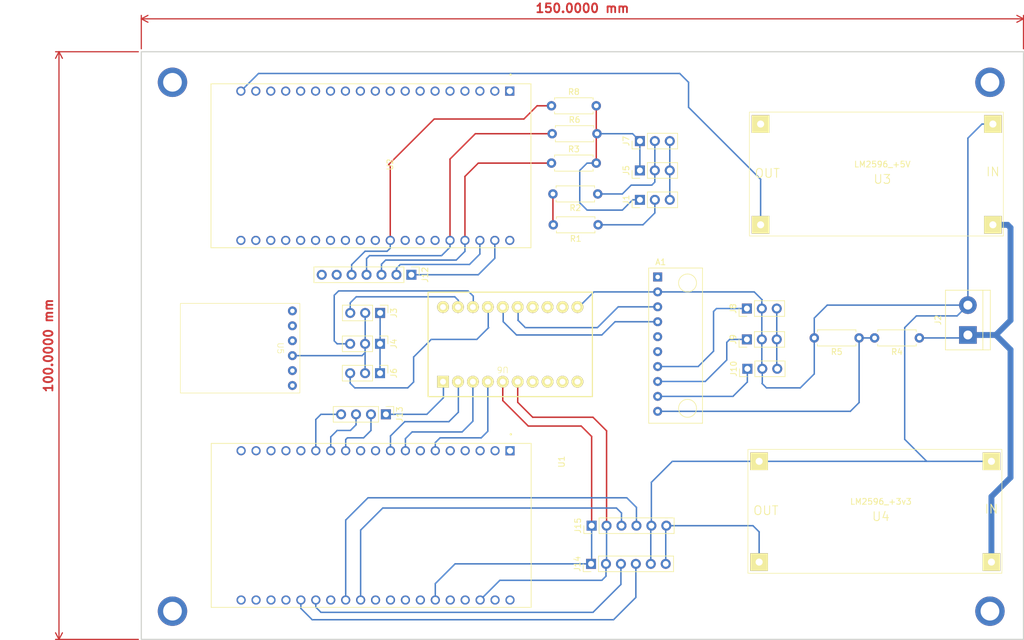
<source format=kicad_pcb>
(kicad_pcb (version 20221018) (generator pcbnew)
  (layers (0 "F.Cu" signal) (31 "B.Cu" signal) (34 "B.Paste" user) (35 "F.Paste" user) (36 "B.SilkS" user "B.Silkscreen") (37 "F.SilkS" user "F.Silkscreen") (38 "B.Mask" user) (39 "F.Mask" user) (44 "Edge.Cuts" user))
  (net 0 "")
  (net 23 "+3V3")
  (net 28 "1{slash}3_V_Bat")
  (net 29 "RX_OpenLog_L")
  (net 30 "TX_OpenLog_L")
  (net 32 "TX_OpenLog_H")
  (net 33 "RX_OpenLog_H")
  (net 36 "Net-(J3-Pin_3)")
  (net 37 "+5V")
  (net 38 "GND")
  (net 48 "Net-(J4-Pin_3)")
  (net 49 "Net-(J6-Pin_3)")
  (net 53 "V_Bat")
  (net 57 "Net-(U1-33)")
  (net 63 "Net-(U1-35)")
  (net 65 "Net-(A1-A2)")
  (net 66 "Net-(A1-A1)")
  (net 67 "Net-(A1-A0)")
  (net 68 "SDA_01_H")
  (net 69 "SLC_01_H")
  (net 70 "Net-(U1-25)")
  (net 71 "SLC_01_L")
  (net 72 "SDA_01_L")
  (net 74 "Net-(J1-Pin_2)")
  (net 75 "Net-(J5-Pin_2)")
  (net 76 "M0")
  (net 77 "M1")
  (net 78 "TX_LORA")
  (net 79 "RX_LORA")
  (net 80 "AUX_LORA")
  (net 81 "RX_GPS")
  (net 82 "TX_GPS")
  (net 83 "TX_ESP32")
  (net 84 "RX_ESP32")
  (net 85 "SHDN_02")
  (net 86 "SHDN_01")
  (net 87 "SHDN_04")
  (net 88 "SHDN_03")
  (footprint "Connector_PinHeader_2.54mm:PinHeader_1x03_P2.54mm_Vertical" (layer "F.Cu") (at 168.67 93.75 90)
    (fp_text reference "J9" (at 0 -2.33 90) (layer "F.SilkS"))
    (fp_text value "V_BrakeSensor_02")
    (pad "1" thru_hole rect (at 0 0 90) (size 1.7 1.7) (drill 1) (layers "*.Cu" "*.Mask") (net 66 "Net-(A1-A1)"))
    (pad "2" thru_hole oval (at 0 2.54 90) (size 1.7 1.7) (drill 1) (layers "*.Cu" "*.Mask") (net 38 "GND"))
    (pad "3" thru_hole oval (at 0 5.08 90) (size 1.7 1.7) (drill 1) (layers "*.Cu" "*.Mask") (net 37 "+5V"))
  )
  (footprint "Connector_PinHeader_2.54mm:PinHeader_1x03_P2.54mm_Vertical" (layer "F.Cu") (at 168.75 98.75 90)
    (fp_text reference "J10" (at 0 -2.33 90) (layer "F.SilkS"))
    (fp_text value "V_in_01")
    (pad "1" thru_hole rect (at 0 0 90) (size 1.7 1.7) (drill 1) (layers "*.Cu" "*.Mask") (net 65 "Net-(A1-A2)"))
    (pad "2" thru_hole oval (at 0 2.54 90) (size 1.7 1.7) (drill 1) (layers "*.Cu" "*.Mask") (net 38 "GND"))
    (pad "3" thru_hole oval (at 0 5.08 90) (size 1.7 1.7) (drill 1) (layers "*.Cu" "*.Mask") (net 37 "+5V"))
  )
  (footprint "Resistor_THT:R_Axial_DIN0207_L6.3mm_D2.5mm_P7.62mm_Horizontal" (layer "F.Cu") (at 187.75 93.5 180)
    (fp_text reference "R5" (at 3.81 -2.37) (layer "F.SilkS"))
    (fp_text value "20k")
    (pad "1" thru_hole circle (at 0 0 180) (size 1.6 1.6) (drill 0.8) (layers "*.Cu" "*.Mask") (net 28 "1{slash}3_V_Bat"))
    (pad "2" thru_hole oval (at 7.62 0 180) (size 1.6 1.6) (drill 0.8) (layers "*.Cu" "*.Mask") (net 38 "GND"))
  )
  (footprint "Connector_PinHeader_2.54mm:PinHeader_1x06_P2.54mm_Vertical" (layer "F.Cu") (at 142.27 125.45 90)
    (fp_text reference "J15" (at 0 -2.33 90) (layer "F.SilkS"))
    (fp_text value "VL6180X_02")
    (pad "1" thru_hole rect (at 0 0 90) (size 1.7 1.7) (drill 1) (layers "*.Cu" "*.Mask") (net 72 "SDA_01_L"))
    (pad "2" thru_hole oval (at 0 2.54 90) (size 1.7 1.7) (drill 1) (layers "*.Cu" "*.Mask") (net 71 "SLC_01_L"))
    (pad "3" thru_hole oval (at 0 5.08 90) (size 1.7 1.7) (drill 1) (layers "*.Cu" "*.Mask") (net 88 "SHDN_03"))
    (pad "4" thru_hole oval (at 0 7.62 90) (size 1.7 1.7) (drill 1) (layers "*.Cu" "*.Mask") (net 87 "SHDN_04"))
    (pad "5" thru_hole oval (at 0 10.16 90) (size 1.7 1.7) (drill 1) (layers "*.Cu" "*.Mask") (net 38 "GND"))
    (pad "6" thru_hole oval (at 0 12.7 90) (size 1.7 1.7) (drill 1) (layers "*.Cu" "*.Mask") (net 23 "+3V3"))
  )
  (footprint "Connector_PinHeader_2.54mm:PinHeader_1x03_P2.54mm_Vertical" (layer "F.Cu") (at 150.475 65 90)
    (fp_text reference "J5" (at 0 -2.33 90) (layer "F.SilkS"))
    (fp_text value "DS18B20_01")
    (pad "1" thru_hole rect (at 0 0 90) (size 1.7 1.7) (drill 1) (layers "*.Cu" "*.Mask") (net 23 "+3V3"))
    (pad "2" thru_hole oval (at 0 2.54 90) (size 1.7 1.7) (drill 1) (layers "*.Cu" "*.Mask") (net 75 "Net-(J5-Pin_2)"))
    (pad "3" thru_hole oval (at 0 5.08 90) (size 1.7 1.7) (drill 1) (layers "*.Cu" "*.Mask") (net 38 "GND"))
  )
  (footprint "Resistor_THT:R_Axial_DIN0207_L6.3mm_D2.5mm_P7.62mm_Horizontal" (layer "F.Cu") (at 135.44 63.75)
    (fp_text reference "R3" (at 3.81 -2.37) (layer "F.SilkS"))
    (fp_text value "4k7")
    (pad "1" thru_hole circle (at 0 0) (size 1.6 1.6) (drill 0.8) (layers "*.Cu" "*.Mask") (net 79 "RX_LORA"))
    (pad "2" thru_hole oval (at 7.62 0) (size 1.6 1.6) (drill 0.8) (layers "*.Cu" "*.Mask") (net 23 "+3V3"))
  )
  (footprint "custom:OpenLog" (layer "F.Cu") (at 82.5 95.25 -90)
    (fp_text reference "U5" (at 0 -6.85 -90 unlocked) (layer "F.SilkS") (effects (font (thickness 0.1))))
    (fp_text value "OpenLog")
    (pad "1" thru_hole circle (at 6.35 -8.89 270) (size 1.524 1.524) (drill 0.762) (layers "*.Cu" "*.Mask"))
    (pad "2" thru_hole circle (at 3.81 -8.89 270) (size 1.524 1.524) (drill 0.762) (layers "*.Cu" "*.Mask") (net 38 "GND"))
    (pad "3" thru_hole circle (at 1.27 -8.89 270) (size 1.524 1.524) (drill 0.762) (layers "*.Cu" "*.Mask") (net 37 "+5V"))
    (pad "4" thru_hole circle (at -1.27 -8.89 270) (size 1.524 1.524) (drill 0.762) (layers "*.Cu" "*.Mask") (net 32 "TX_OpenLog_H"))
    (pad "5" thru_hole circle (at -3.81 -8.89 270) (size 1.524 1.524) (drill 0.762) (layers "*.Cu" "*.Mask") (net 33 "RX_OpenLog_H"))
    (pad "6" thru_hole circle (at -6.35 -8.89 270) (size 1.524 1.524) (drill 0.762) (layers "*.Cu" "*.Mask"))
  )
  (footprint "Connector_PinHeader_2.54mm:PinHeader_1x03_P2.54mm_Vertical" (layer "F.Cu") (at 106.29 94.5 -90)
    (fp_text reference "J4" (at 0 -2.33 90) (layer "F.SilkS"))
    (fp_text value "LM3144_RPM")
    (pad "1" thru_hole rect (at 0 0 270) (size 1.7 1.7) (drill 1) (layers "*.Cu" "*.Mask") (net 38 "GND"))
    (pad "2" thru_hole oval (at 0 2.54 270) (size 1.7 1.7) (drill 1) (layers "*.Cu" "*.Mask") (net 37 "+5V"))
    (pad "3" thru_hole oval (at 0 5.08 270) (size 1.7 1.7) (drill 1) (layers "*.Cu" "*.Mask") (net 48 "Net-(J4-Pin_3)"))
  )
  (footprint "ESP32-DEVKITC-32UE:ESPRESSIF_ESP32-DEVKITC-32UE" (layer "F.Cu") (at 105.49 64.2 -90)
    (fp_text reference "U2" (at -0.2 -2.51 90) (layer "F.SilkS"))
    (fp_text value "ESP32-Master")
    (pad "1" thru_hole rect (at -12.7 -22.86 270) (size 1.56 1.56) (drill 1.04) (layers "*.Cu" "*.Mask"))
    (pad "2" thru_hole circle (at -12.7 -20.32 270) (size 1.56 1.56) (drill 1.04) (layers "*.Cu" "*.Mask"))
    (pad "3" thru_hole circle (at -12.7 -17.78 270) (size 1.56 1.56) (drill 1.04) (layers "*.Cu" "*.Mask"))
    (pad "4" thru_hole circle (at -12.7 -15.24 270) (size 1.56 1.56) (drill 1.04) (layers "*.Cu" "*.Mask"))
    (pad "5" thru_hole circle (at -12.7 -12.7 270) (size 1.56 1.56) (drill 1.04) (layers "*.Cu" "*.Mask"))
    (pad "6" thru_hole circle (at -12.7 -10.16 270) (size 1.56 1.56) (drill 1.04) (layers "*.Cu" "*.Mask"))
    (pad "7" thru_hole circle (at -12.7 -7.62 270) (size 1.56 1.56) (drill 1.04) (layers "*.Cu" "*.Mask") (net 74 "Net-(J1-Pin_2)"))
    (pad "8" thru_hole circle (at -12.7 -5.08 270) (size 1.56 1.56) (drill 1.04) (layers "*.Cu" "*.Mask") (net 75 "Net-(J5-Pin_2)"))
    (pad "9" thru_hole circle (at -12.7 -2.54 270) (size 1.56 1.56) (drill 1.04) (layers "*.Cu" "*.Mask"))
    (pad "10" thru_hole circle (at -12.7 0 270) (size 1.56 1.56) (drill 1.04) (layers "*.Cu" "*.Mask") (net 29 "RX_OpenLog_L"))
    (pad "11" thru_hole circle (at -12.7 2.54 270) (size 1.56 1.56) (drill 1.04) (layers "*.Cu" "*.Mask") (net 30 "TX_OpenLog_L"))
    (pad "12" thru_hole circle (at -12.7 5.08 270) (size 1.56 1.56) (drill 1.04) (layers "*.Cu" "*.Mask"))
    (pad "13" thru_hole circle (at -12.7 7.62 270) (size 1.56 1.56) (drill 1.04) (layers "*.Cu" "*.Mask"))
    (pad "14" thru_hole circle (at -12.7 10.16 270) (size 1.56 1.56) (drill 1.04) (layers "*.Cu" "*.Mask") (net 38 "GND"))
    (pad "15" thru_hole circle (at -12.7 12.7 270) (size 1.56 1.56) (drill 1.04) (layers "*.Cu" "*.Mask"))
    (pad "16" thru_hole circle (at -12.7 15.24 270) (size 1.56 1.56) (drill 1.04) (layers "*.Cu" "*.Mask") (net 84 "RX_ESP32"))
    (pad "17" thru_hole circle (at -12.7 17.78 270) (size 1.56 1.56) (drill 1.04) (layers "*.Cu" "*.Mask") (net 83 "TX_ESP32"))
    (pad "18" thru_hole circle (at -12.7 20.32 270) (size 1.56 1.56) (drill 1.04) (layers "*.Cu" "*.Mask"))
    (pad "19" thru_hole circle (at -12.7 22.86 270) (size 1.56 1.56) (drill 1.04) (layers "*.Cu" "*.Mask") (net 37 "+5V"))
    (pad "20" thru_hole circle (at 12.7 -22.86 270) (size 1.56 1.56) (drill 1.04) (layers "*.Cu" "*.Mask") (net 38 "GND"))
    (pad "21" thru_hole circle (at 12.7 -20.32 270) (size 1.56 1.56) (drill 1.04) (layers "*.Cu" "*.Mask") (net 76 "M0"))
    (pad "22" thru_hole circle (at 12.7 -17.78 270) (size 1.56 1.56) (drill 1.04) (layers "*.Cu" "*.Mask") (net 77 "M1"))
    (pad "23" thru_hole circle (at 12.7 -15.24 270) (size 1.56 1.56) (drill 1.04) (layers "*.Cu" "*.Mask") (net 79 "RX_LORA"))
    (pad "24" thru_hole circle (at 12.7 -12.7 270) (size 1.56 1.56) (drill 1.04) (layers "*.Cu" "*.Mask") (net 78 "TX_LORA"))
    (pad "25" thru_hole circle (at 12.7 -10.16 270) (size 1.56 1.56) (drill 1.04) (layers "*.Cu" "*.Mask"))
    (pad "26" thru_hole circle (at 12.7 -7.62 270) (size 1.56 1.56) (drill 1.04) (layers "*.Cu" "*.Mask") (net 38 "GND"))
    (pad "27" thru_hole circle (at 12.7 -5.08 270) (size 1.56 1.56) (drill 1.04) (layers "*.Cu" "*.Mask"))
    (pad "28" thru_hole circle (at 12.7 -2.54 270) (size 1.56 1.56) (drill 1.04) (layers "*.Cu" "*.Mask") (net 80 "AUX_LORA"))
    (pad "29" thru_hole circle (at 12.7 0 270) (size 1.56 1.56) (drill 1.04) (layers "*.Cu" "*.Mask"))
    (pad "30" thru_hole circle (at 12.7 2.54 270) (size 1.56 1.56) (drill 1.04) (layers "*.Cu" "*.Mask"))
    (pad "31" thru_hole circle (at 12.7 5.08 270) (size 1.56 1.56) (drill 1.04) (layers "*.Cu" "*.Mask"))
    (pad "32" thru_hole circle (at 12.7 7.62 270) (size 1.56 1.56) (drill 1.04) (layers "*.Cu" "*.Mask"))
    (pad "33" thru_hole circle (at 12.7 10.16 270) (size 1.56 1.56) (drill 1.04) (layers "*.Cu" "*.Mask"))
    (pad "34" thru_hole circle (at 12.7 12.7 270) (size 1.56 1.56) (drill 1.04) (layers "*.Cu" "*.Mask"))
    (pad "35" thru_hole circle (at 12.7 15.24 270) (size 1.56 1.56) (drill 1.04) (layers "*.Cu" "*.Mask"))
    (pad "36" thru_hole circle (at 12.7 17.78 270) (size 1.56 1.56) (drill 1.04) (layers "*.Cu" "*.Mask"))
    (pad "37" thru_hole circle (at 12.7 20.32 270) (size 1.56 1.56) (drill 1.04) (layers "*.Cu" "*.Mask"))
    (pad "38" thru_hole circle (at 12.7 22.86 270) (size 1.56 1.56) (drill 1.04) (layers "*.Cu" "*.Mask"))
  )
  (footprint "Connector_PinHeader_2.54mm:PinHeader_1x06_P2.54mm_Vertical" (layer "F.Cu") (at 142.17 131.95 90)
    (fp_text reference "J14" (at 0 -2.33 90) (layer "F.SilkS"))
    (fp_text value "VL6180X_01")
    (pad "1" thru_hole rect (at 0 0 90) (size 1.7 1.7) (drill 1) (layers "*.Cu" "*.Mask") (net 72 "SDA_01_L"))
    (pad "2" thru_hole oval (at 0 2.54 90) (size 1.7 1.7) (drill 1) (layers "*.Cu" "*.Mask") (net 71 "SLC_01_L"))
    (pad "3" thru_hole oval (at 0 5.08 90) (size 1.7 1.7) (drill 1) (layers "*.Cu" "*.Mask") (net 86 "SHDN_01"))
    (pad "4" thru_hole oval (at 0 7.62 90) (size 1.7 1.7) (drill 1) (layers "*.Cu" "*.Mask") (net 85 "SHDN_02"))
    (pad "5" thru_hole oval (at 0 10.16 90) (size 1.7 1.7) (drill 1) (layers "*.Cu" "*.Mask") (net 38 "GND"))
    (pad "6" thru_hole oval (at 0 12.7 90) (size 1.7 1.7) (drill 1) (layers "*.Cu" "*.Mask") (net 23 "+3V3"))
  )
  (footprint "ESP32-DEVKITC-32UE:ESPRESSIF_ESP32-DEVKITC-32UE" (layer "F.Cu") (at 105.53 125.4 -90)
    (fp_text reference "U1" (at -10.825 -31.635 90) (layer "F.SilkS"))
    (fp_text value "ESP32-Eslave")
    (pad "1" thru_hole rect (at -12.7 -22.86 270) (size 1.56 1.56) (drill 1.04) (layers "*.Cu" "*.Mask"))
    (pad "2" thru_hole circle (at -12.7 -20.32 270) (size 1.56 1.56) (drill 1.04) (layers "*.Cu" "*.Mask"))
    (pad "3" thru_hole circle (at -12.7 -17.78 270) (size 1.56 1.56) (drill 1.04) (layers "*.Cu" "*.Mask"))
    (pad "4" thru_hole circle (at -12.7 -15.24 270) (size 1.56 1.56) (drill 1.04) (layers "*.Cu" "*.Mask"))
    (pad "5" thru_hole circle (at -12.7 -12.7 270) (size 1.56 1.56) (drill 1.04) (layers "*.Cu" "*.Mask"))
    (pad "6" thru_hole circle (at -12.7 -10.16 270) (size 1.56 1.56) (drill 1.04) (layers "*.Cu" "*.Mask") (net 63 "Net-(U1-35)"))
    (pad "7" thru_hole circle (at -12.7 -7.62 270) (size 1.56 1.56) (drill 1.04) (layers "*.Cu" "*.Mask"))
    (pad "8" thru_hole circle (at -12.7 -5.08 270) (size 1.56 1.56) (drill 1.04) (layers "*.Cu" "*.Mask") (net 57 "Net-(U1-33)"))
    (pad "9" thru_hole circle (at -12.7 -2.54 270) (size 1.56 1.56) (drill 1.04) (layers "*.Cu" "*.Mask") (net 70 "Net-(U1-25)"))
    (pad "10" thru_hole circle (at -12.7 0 270) (size 1.56 1.56) (drill 1.04) (layers "*.Cu" "*.Mask"))
    (pad "11" thru_hole circle (at -12.7 2.54 270) (size 1.56 1.56) (drill 1.04) (layers "*.Cu" "*.Mask"))
    (pad "12" thru_hole circle (at -12.7 5.08 270) (size 1.56 1.56) (drill 1.04) (layers "*.Cu" "*.Mask") (net 81 "RX_GPS"))
    (pad "13" thru_hole circle (at -12.7 7.62 270) (size 1.56 1.56) (drill 1.04) (layers "*.Cu" "*.Mask") (net 82 "TX_GPS"))
    (pad "14" thru_hole circle (at -12.7 10.16 270) (size 1.56 1.56) (drill 1.04) (layers "*.Cu" "*.Mask") (net 38 "GND"))
    (pad "15" thru_hole circle (at -12.7 12.7 270) (size 1.56 1.56) (drill 1.04) (layers "*.Cu" "*.Mask"))
    (pad "16" thru_hole circle (at -12.7 15.24 270) (size 1.56 1.56) (drill 1.04) (layers "*.Cu" "*.Mask") (net 84 "RX_ESP32"))
    (pad "17" thru_hole circle (at -12.7 17.78 270) (size 1.56 1.56) (drill 1.04) (layers "*.Cu" "*.Mask") (net 83 "TX_ESP32"))
    (pad "18" thru_hole circle (at -12.7 20.32 270) (size 1.56 1.56) (drill 1.04) (layers "*.Cu" "*.Mask"))
    (pad "19" thru_hole circle (at -12.7 22.86 270) (size 1.56 1.56) (drill 1.04) (layers "*.Cu" "*.Mask") (net 37 "+5V"))
    (pad "20" thru_hole circle (at 12.7 -22.86 270) (size 1.56 1.56) (drill 1.04) (layers "*.Cu" "*.Mask") (net 38 "GND"))
    (pad "21" thru_hole circle (at 12.7 -20.32 270) (size 1.56 1.56) (drill 1.04) (layers "*.Cu" "*.Mask"))
    (pad "22" thru_hole circle (at 12.7 -17.78 270) (size 1.56 1.56) (drill 1.04) (layers "*.Cu" "*.Mask") (net 71 "SLC_01_L"))
    (pad "23" thru_hole circle (at 12.7 -15.24 270) (size 1.56 1.56) (drill 1.04) (layers "*.Cu" "*.Mask"))
    (pad "24" thru_hole circle (at 12.7 -12.7 270) (size 1.56 1.56) (drill 1.04) (layers "*.Cu" "*.Mask"))
    (pad "25" thru_hole circle (at 12.7 -10.16 270) (size 1.56 1.56) (drill 1.04) (layers "*.Cu" "*.Mask") (net 72 "SDA_01_L"))
    (pad "26" thru_hole circle (at 12.7 -7.62 270) (size 1.56 1.56) (drill 1.04) (layers "*.Cu" "*.Mask") (net 38 "GND"))
    (pad "27" thru_hole circle (at 12.7 -5.08 270) (size 1.56 1.56) (drill 1.04) (layers "*.Cu" "*.Mask"))
    (pad "28" thru_hole circle (at 12.7 -2.54 270) (size 1.56 1.56) (drill 1.04) (layers "*.Cu" "*.Mask"))
    (pad "29" thru_hole circle (at 12.7 0 270) (size 1.56 1.56) (drill 1.04) (layers "*.Cu" "*.Mask"))
    (pad "30" thru_hole circle (at 12.7 2.54 270) (size 1.56 1.56) (drill 1.04) (layers "*.Cu" "*.Mask") (net 88 "SHDN_03"))
    (pad "31" thru_hole circle (at 12.7 5.08 270) (size 1.56 1.56) (drill 1.04) (layers "*.Cu" "*.Mask") (net 87 "SHDN_04"))
    (pad "32" thru_hole circle (at 12.7 7.62 270) (size 1.56 1.56) (drill 1.04) (layers "*.Cu" "*.Mask"))
    (pad "33" thru_hole circle (at 12.7 10.16 270) (size 1.56 1.56) (drill 1.04) (layers "*.Cu" "*.Mask") (net 86 "SHDN_01"))
    (pad "34" thru_hole circle (at 12.7 12.7 270) (size 1.56 1.56) (drill 1.04) (layers "*.Cu" "*.Mask") (net 85 "SHDN_02"))
    (pad "35" thru_hole circle (at 12.7 15.24 270) (size 1.56 1.56) (drill 1.04) (layers "*.Cu" "*.Mask"))
    (pad "36" thru_hole circle (at 12.7 17.78 270) (size 1.56 1.56) (drill 1.04) (layers "*.Cu" "*.Mask"))
    (pad "37" thru_hole circle (at 12.7 20.32 270) (size 1.56 1.56) (drill 1.04) (layers "*.Cu" "*.Mask"))
    (pad "38" thru_hole circle (at 12.7 22.86 270) (size 1.56 1.56) (drill 1.04) (layers "*.Cu" "*.Mask"))
  )
  (footprint "Connector_PinHeader_2.54mm:PinHeader_1x03_P2.54mm_Vertical" (layer "F.Cu") (at 150.48 70 90)
    (fp_text reference "J1" (at 0 -2.33 90) (layer "F.SilkS"))
    (fp_text value "DHT22_CVT")
    (pad "1" thru_hole rect (at 0 0 90) (size 1.7 1.7) (drill 1) (layers "*.Cu" "*.Mask") (net 23 "+3V3"))
    (pad "2" thru_hole oval (at 0 2.54 90) (size 1.7 1.7) (drill 1) (layers "*.Cu" "*.Mask") (net 74 "Net-(J1-Pin_2)"))
    (pad "3" thru_hole oval (at 0 5.08 90) (size 1.7 1.7) (drill 1) (layers "*.Cu" "*.Mask") (net 38 "GND"))
  )
  (footprint "Resistor_THT:R_Axial_DIN0207_L6.3mm_D2.5mm_P7.62mm_Horizontal" (layer "F.Cu") (at 143.37 74.25 180)
    (fp_text reference "R1" (at 3.81 -2.37) (layer "F.SilkS"))
    (fp_text value "10k")
    (pad "1" thru_hole circle (at 0 0 180) (size 1.6 1.6) (drill 0.8) (layers "*.Cu" "*.Mask") (net 74 "Net-(J1-Pin_2)"))
    (pad "2" thru_hole oval (at 7.62 0 180) (size 1.6 1.6) (drill 0.8) (layers "*.Cu" "*.Mask") (net 23 "+3V3"))
  )
  (footprint "Resistor_THT:R_Axial_DIN0207_L6.3mm_D2.5mm_P7.62mm_Horizontal" (layer "F.Cu") (at 135.44 54)
    (fp_text reference "R8" (at 3.81 -2.37) (layer "F.SilkS"))
    (fp_text value "4k7")
    (pad "1" thru_hole circle (at 0 0) (size 1.6 1.6) (drill 0.8) (layers "*.Cu" "*.Mask") (net 80 "AUX_LORA"))
    (pad "2" thru_hole oval (at 7.62 0) (size 1.6 1.6) (drill 0.8) (layers "*.Cu" "*.Mask") (net 23 "+3V3"))
  )
  (footprint "TerminalBlock:TerminalBlock_bornier-2_P5.08mm" (layer "F.Cu") (at 206.25 93 90)
    (fp_text reference "J2" (at 2.54 -5.08 90) (layer "F.SilkS"))
    (fp_text value "V_In")
    (pad "1" thru_hole rect (at 0 0 90) (size 3 3) (drill 1.52) (layers "*.Cu" "*.Mask") (net 53 "V_Bat"))
    (pad "2" thru_hole circle (at 5.08 0 90) (size 3 3) (drill 1.52) (layers "*.Cu" "*.Mask") (net 38 "GND"))
  )
  (footprint "custom:HW-221" (layer "F.Cu") (at 129.7 93.33 180)
    (fp_text reference "U6" (at 2.54 -5.58 180 unlocked) (layer "F.SilkS") (effects (font (thickness 0.1))))
    (fp_text value "HW-221_LogicLevelConverter")
    (pad "1" thru_hole rect (at 12.7 -7.62 180) (size 2 2) (drill 1) (layers "*.Cu" "*.Mask" "F.SilkS") (net 23 "+3V3"))
    (pad "2" thru_hole circle (at 10.16 -7.62 180) (size 2 2) (drill 1) (layers "*.Cu" "*.Mask" "F.SilkS") (net 70 "Net-(U1-25)"))
    (pad "3" thru_hole circle (at 7.62 -7.62 180) (size 2 2) (drill 1) (layers "*.Cu" "*.Mask" "F.SilkS") (net 57 "Net-(U1-33)"))
    (pad "4" thru_hole circle (at 5.08 -7.62 180) (size 2 2) (drill 1) (layers "*.Cu" "*.Mask" "F.SilkS") (net 63 "Net-(U1-35)"))
    (pad "5" thru_hole circle (at 2.54 -7.62 180) (size 2 2) (drill 1) (layers "*.Cu" "*.Mask" "F.SilkS") (net 72 "SDA_01_L"))
    (pad "6" thru_hole circle (at 0 -7.62 180) (size 2 2) (drill 1) (layers "*.Cu" "*.Mask" "F.SilkS") (net 71 "SLC_01_L"))
    (pad "7" thru_hole circle (at -2.54 -7.62 180) (size 2 2) (drill 1) (layers "*.Cu" "*.Mask" "F.SilkS") (net 30 "TX_OpenLog_L"))
    (pad "8" thru_hole circle (at -5.08 -7.62 180) (size 2 2) (drill 1) (layers "*.Cu" "*.Mask" "F.SilkS") (net 29 "RX_OpenLog_L"))
    (pad "9" thru_hole circle (at -7.62 -7.62 180) (size 2 2) (drill 1) (layers "*.Cu" "*.Mask" "F.SilkS"))
    (pad "10" thru_hole circle (at -10.16 -7.62 180) (size 2 2) (drill 1) (layers "*.Cu" "*.Mask" "F.SilkS"))
    (pad "11" thru_hole circle (at -10.16 5.08 180) (size 2 2) (drill 1) (layers "*.Cu" "*.Mask" "F.SilkS") (net 38 "GND"))
    (pad "12" thru_hole circle (at -7.62 5.08 180) (size 2 2) (drill 1) (layers "*.Cu" "*.Mask" "F.SilkS"))
    (pad "13" thru_hole circle (at -5.08 5.08 180) (size 2 2) (drill 1) (layers "*.Cu" "*.Mask" "F.SilkS") (net 32 "TX_OpenLog_H"))
    (pad "14" thru_hole circle (at -2.54 5.08 180) (size 2 2) (drill 1) (layers "*.Cu" "*.Mask" "F.SilkS") (net 33 "RX_OpenLog_H"))
    (pad "15" thru_hole circle (at 0 5.08 180) (size 2 2) (drill 1) (layers "*.Cu" "*.Mask" "F.SilkS") (net 69 "SLC_01_H"))
    (pad "16" thru_hole circle (at 2.54 5.08 180) (size 2 2) (drill 1) (layers "*.Cu" "*.Mask" "F.SilkS") (net 68 "SDA_01_H"))
    (pad "17" thru_hole circle (at 5.08 5.08 180) (size 2 2) (drill 1) (layers "*.Cu" "*.Mask" "F.SilkS") (net 49 "Net-(J6-Pin_3)"))
    (pad "18" thru_hole circle (at 7.62 5.08 180) (size 2 2) (drill 1) (layers "*.Cu" "*.Mask" "F.SilkS") (net 48 "Net-(J4-Pin_3)"))
    (pad "19" thru_hole circle (at 10.16 5.08 180) (size 2 2) (drill 1) (layers "*.Cu" "*.Mask" "F.SilkS") (net 36 "Net-(J3-Pin_3)"))
    (pad "20" thru_hole circle (at 12.7 5.08 180) (size 2 2) (drill 1) (layers "*.Cu" "*.Mask" "F.SilkS") (net 37 "+5V"))
  )
  (footprint "Connector_PinHeader_2.54mm:PinHeader_1x03_P2.54mm_Vertical" (layer "F.Cu") (at 106.305 89.25 -90)
    (fp_text reference "J3" (at 0 -2.33 90) (layer "F.SilkS"))
    (fp_text value "LM3144_CVT")
    (pad "1" thru_hole rect (at 0 0 270) (size 1.7 1.7) (drill 1) (layers "*.Cu" "*.Mask") (net 38 "GND"))
    (pad "2" thru_hole oval (at 0 2.54 270) (size 1.7 1.7) (drill 1) (layers "*.Cu" "*.Mask") (net 37 "+5V"))
    (pad "3" thru_hole oval (at 0 5.08 270) (size 1.7 1.7) (drill 1) (layers "*.Cu" "*.Mask") (net 36 "Net-(J3-Pin_3)"))
  )
  (footprint "Connector_PinHeader_2.54mm:PinHeader_1x03_P2.54mm_Vertical" (layer "F.Cu") (at 106.29 99.5 -90)
    (fp_text reference "J6" (at 0 -2.33 90) (layer "F.SilkS"))
    (fp_text value "LM3144_01")
    (pad "1" thru_hole rect (at 0 0 270) (size 1.7 1.7) (drill 1) (layers "*.Cu" "*.Mask") (net 38 "GND"))
    (pad "2" thru_hole oval (at 0 2.54 270) (size 1.7 1.7) (drill 1) (layers "*.Cu" "*.Mask") (net 37 "+5V"))
    (pad "3" thru_hole oval (at 0 5.08 270) (size 1.7 1.7) (drill 1) (layers "*.Cu" "*.Mask") (net 49 "Net-(J6-Pin_3)"))
  )
  (footprint "Connector_PinHeader_2.54mm:PinHeader_1x03_P2.54mm_Vertical" (layer "F.Cu") (at 168.67 88.5 90)
    (fp_text reference "J8" (at 0 -2.33 90) (layer "F.SilkS"))
    (fp_text value "V_BrakeSensor_01")
    (pad "1" thru_hole rect (at 0 0 90) (size 1.7 1.7) (drill 1) (layers "*.Cu" "*.Mask") (net 67 "Net-(A1-A0)"))
    (pad "2" thru_hole oval (at 0 2.54 90) (size 1.7 1.7) (drill 1) (layers "*.Cu" "*.Mask") (net 38 "GND"))
    (pad "3" thru_hole oval (at 0 5.08 90) (size 1.7 1.7) (drill 1) (layers "*.Cu" "*.Mask") (net 37 "+5V"))
  )
  (footprint "Connector_PinHeader_2.54mm:PinHeader_1x03_P2.54mm_Vertical" (layer "F.Cu") (at 150.48 60 90)
    (fp_text reference "J7" (at 0 -2.33 90) (layer "F.SilkS"))
    (fp_text value "DS18B20_02")
    (pad "1" thru_hole rect (at 0 0 90) (size 1.7 1.7) (drill 1) (layers "*.Cu" "*.Mask") (net 23 "+3V3"))
    (pad "2" thru_hole oval (at 0 2.54 90) (size 1.7 1.7) (drill 1) (layers "*.Cu" "*.Mask") (net 75 "Net-(J5-Pin_2)"))
    (pad "3" thru_hole oval (at 0 5.08 90) (size 1.7 1.7) (drill 1) (layers "*.Cu" "*.Mask") (net 38 "GND"))
  )
  (footprint "Resistor_THT:R_Axial_DIN0207_L6.3mm_D2.5mm_P7.62mm_Horizontal" (layer "F.Cu") (at 135.56 58.75)
    (fp_text reference "R6" (at 3.81 -2.37) (layer "F.SilkS"))
    (fp_text value "4k7")
    (pad "1" thru_hole circle (at 0 0) (size 1.6 1.6) (drill 0.8) (layers "*.Cu" "*.Mask") (net 78 "TX_LORA"))
    (pad "2" thru_hole oval (at 7.62 0) (size 1.6 1.6) (drill 0.8) (layers "*.Cu" "*.Mask") (net 23 "+3V3"))
  )
  (footprint "Resistor_THT:R_Axial_DIN0207_L6.3mm_D2.5mm_P7.62mm_Horizontal" (layer "F.Cu") (at 198 93.5 180)
    (fp_text reference "R4" (at 3.81 -2.37) (layer "F.SilkS"))
    (fp_text value "10k")
    (pad "1" thru_hole circle (at 0 0 180) (size 1.6 1.6) (drill 0.8) (layers "*.Cu" "*.Mask") (net 53 "V_Bat"))
    (pad "2" thru_hole oval (at 7.62 0 180) (size 1.6 1.6) (drill 0.8) (layers "*.Cu" "*.Mask") (net 28 "1{slash}3_V_Bat"))
  )
  (footprint "DC_DC_LM2596_small:DC_DC_LM2596_small" (layer "F.Cu") (at 210.25 114.5 180)
    (fp_text reference "U4" (at 18.796 -9.398) (layer "F.SilkS") (effects (font (size 1.5 1.5))))
    (fp_text value "LM2596_+3v3" (at 18.796 -6.858) (layer "F.SilkS"))
    (fp_text user "OUT" (at 38.354 -8.382) (layer "F.SilkS") (effects (font (size 1.5 1.5))))
    (fp_text user "IN" (at 0 -8.128) (layer "F.SilkS") (effects (font (size 1.5 1.5))))
    (pad "1" thru_hole custom (at 0 -17.145 180) (size 3 3) (drill 1.2) (layers "*.Cu" "*.Mask" "F.SilkS") (net 53 "V_Bat") (options (clearance outline) (anchor rect)) (primitives))
    (pad "2" thru_hole rect (at 0 0 180) (size 3 3) (drill 1.2) (layers "*.Cu" "*.Mask" "F.SilkS" "Eco2.User") (net 38 "GND"))
    (pad "3" thru_hole rect (at 39.497 -17.145 180) (size 3 3) (drill 1.2) (layers "*.Cu" "*.Mask" "F.SilkS") (net 23 "+3V3"))
    (pad "4" thru_hole rect (at 39.497 0 180) (size 3 3) (drill 1.2) (layers "*.Cu" "*.Mask" "F.SilkS") (net 38 "GND"))
  )
  (footprint "Connector_PinHeader_2.54mm:PinHeader_1x07_P2.54mm_Vertical" (layer "F.Cu") (at 111.62 82.75 -90)
    (fp_text reference "J12" (at 0 -2.33 90) (layer "F.SilkS"))
    (fp_text value "LORA")
    (pad "1" thru_hole rect (at 0 0 270) (size 1.7 1.7) (drill 1) (layers "*.Cu" "*.Mask") (net 76 "M0"))
    (pad "2" thru_hole oval (at 0 2.54 270) (size 1.7 1.7) (drill 1) (layers "*.Cu" "*.Mask") (net 77 "M1"))
    (pad "3" thru_hole oval (at 0 5.08 270) (size 1.7 1.7) (drill 1) (layers "*.Cu" "*.Mask") (net 79 "RX_LORA"))
    (pad "4" thru_hole oval (at 0 7.62 270) (size 1.7 1.7) (drill 1) (layers "*.Cu" "*.Mask") (net 78 "TX_LORA"))
    (pad "5" thru_hole oval (at 0 10.16 270) (size 1.7 1.7) (drill 1) (layers "*.Cu" "*.Mask") (net 80 "AUX_LORA"))
    (pad "6" thru_hole oval (at 0 12.7 270) (size 1.7 1.7) (drill 1) (layers "*.Cu" "*.Mask") (net 23 "+3V3"))
    (pad "7" thru_hole oval (at 0 15.24 270) (size 1.7 1.7) (drill 1) (layers "*.Cu" "*.Mask") (net 38 "GND"))
  )
  (footprint "DC_DC_LM2596_small:DC_DC_LM2596_small" (layer "F.Cu") (at 210.5 57.105 180)
    (fp_text reference "U3" (at 18.796 -9.398) (layer "F.SilkS") (effects (font (size 1.5 1.5))))
    (fp_text value "LM2596_+5V" (at 18.796 -6.858) (layer "F.SilkS"))
    (fp_text user "IN" (at 0 -8.128) (layer "F.SilkS") (effects (font (size 1.5 1.5))))
    (fp_text user "OUT" (at 38.354 -8.382) (layer "F.SilkS") (effects (font (size 1.5 1.5))))
    (pad "1" thru_hole custom (at 0 -17.145 180) (size 3 3) (drill 1.2) (layers "*.Cu" "*.Mask" "F.SilkS") (net 53 "V_Bat") (options (clearance outline) (anchor rect)) (primitives))
    (pad "2" thru_hole rect (at 0 0 180) (size 3 3) (drill 1.2) (layers "*.Cu" "*.Mask" "F.SilkS" "Eco2.User") (net 38 "GND"))
    (pad "3" thru_hole rect (at 39.497 -17.145 180) (size 3 3) (drill 1.2) (layers "*.Cu" "*.Mask" "F.SilkS") (net 37 "+5V"))
    (pad "4" thru_hole rect (at 39.497 0 180) (size 3 3) (drill 1.2) (layers "*.Cu" "*.Mask" "F.SilkS") (net 38 "GND"))
  )
  (footprint "Resistor_THT:R_Axial_DIN0207_L6.3mm_D2.5mm_P7.62mm_Horizontal" (layer "F.Cu") (at 143.31 69 180)
    (fp_text reference "R2" (at 3.81 -2.37) (layer "F.SilkS"))
    (fp_text value "4k7")
    (pad "1" thru_hole circle (at 0 0 180) (size 1.6 1.6) (drill 0.8) (layers "*.Cu" "*.Mask") (net 75 "Net-(J5-Pin_2)"))
    (pad "2" thru_hole oval (at 7.62 0 180) (size 1.6 1.6) (drill 0.8) (layers "*.Cu" "*.Mask") (net 23 "+3V3"))
  )
  (footprint "Charleslabs_Parts:ADC1115_ADC_Module" (layer "F.Cu") (at 153.5 83.13)
    (fp_text reference "A1" (at 0.508 -2.54) (layer "F.SilkS"))
    (fp_text value "ADS1115_ADC_Module")
    (pad "1" thru_hole rect (at 0 0) (size 1.524 1.524) (drill 0.762) (layers "*.Cu" "*.Mask") (net 37 "+5V"))
    (pad "2" thru_hole circle (at 0 2.54) (size 1.524 1.524) (drill 0.762) (layers "*.Cu" "*.Mask") (net 38 "GND"))
    (pad "3" thru_hole circle (at 0 5.08) (size 1.524 1.524) (drill 0.762) (layers "*.Cu" "*.Mask") (net 69 "SLC_01_H"))
    (pad "4" thru_hole circle (at 0 7.62) (size 1.524 1.524) (drill 0.762) (layers "*.Cu" "*.Mask") (net 68 "SDA_01_H"))
    (pad "5" thru_hole circle (at 0 10.16) (size 1.524 1.524) (drill 0.762) (layers "*.Cu" "*.Mask"))
    (pad "6" thru_hole circle (at 0 12.7) (size 1.524 1.524) (drill 0.762) (layers "*.Cu" "*.Mask"))
    (pad "7" thru_hole circle (at 0 15.24) (size 1.524 1.524) (drill 0.762) (layers "*.Cu" "*.Mask") (net 67 "Net-(A1-A0)"))
    (pad "8" thru_hole circle (at 0 17.78) (size 1.524 1.524) (drill 0.762) (layers "*.Cu" "*.Mask") (net 66 "Net-(A1-A1)"))
    (pad "9" thru_hole circle (at 0 20.32) (size 1.524 1.524) (drill 0.762) (layers "*.Cu" "*.Mask") (net 65 "Net-(A1-A2)"))
    (pad "10" thru_hole circle (at 0 22.86) (size 1.524 1.524) (drill 0.762) (layers "*.Cu" "*.Mask") (net 28 "1{slash}3_V_Bat"))
  )
  (footprint "Connector_PinHeader_2.54mm:PinHeader_1x04_P2.54mm_Vertical" (layer "F.Cu") (at 107.29 106.5 -90)
    (fp_text reference "J13" (at 0 -2.33 90) (layer "F.SilkS"))
    (fp_text value "GPS_NEO")
    (pad "1" thru_hole rect (at 0 0 270) (size 1.7 1.7) (drill 1) (layers "*.Cu" "*.Mask") (net 23 "+3V3"))
    (pad "2" thru_hole oval (at 0 2.54 270) (size 1.7 1.7) (drill 1) (layers "*.Cu" "*.Mask") (net 81 "RX_GPS"))
    (pad "3" thru_hole oval (at 0 5.08 270) (size 1.7 1.7) (drill 1) (layers "*.Cu" "*.Mask") (net 82 "TX_GPS"))
    (pad "4" thru_hole oval (at 0 7.62 270) (size 1.7 1.7) (drill 1) (layers "*.Cu" "*.Mask") (net 38 "GND"))
  )
  (gr_rect locked (start 65.7 44.8) (end 215.7 144.8) (stroke (width 0.2)) (fill none) (layer "Edge.Cuts"))
  (dimension (type aligned) (layer "F.Cu") (pts (xy 215.7 44.8) (xy 65.7 44.8)) (height 5.6) (gr_text "150.0000 mm" (at 140.7 37.4) (layer "F.Cu") (effects (font (size 1.5 1.5) (thickness 0.3)))) (format (prefix "") (suffix "") (units 3) (units_format 1) (precision 4)) (style (thickness 0.2) (arrow_length 1.27) (text_position_mode 0) (extension_height 0.58642) (extension_offset 0.5) keep_text_aligned))
  (dimension (type aligned) (layer "F.Cu") (pts (xy 65.7 44.8) (xy 65.7 144.8)) (height 13.999999) (gr_text "100.0000 mm" (at 49.900001 94.8 90) (layer "F.Cu") (effects (font (size 1.5 1.5) (thickness 0.3)))) (format (prefix "") (suffix "") (units 3) (units_format 1) (precision 4)) (style (thickness 0.2) (arrow_length 1.27) (text_position_mode 0) (extension_height 0.58642) (extension_offset 0.5) keep_text_aligned))
  (via locked (at 71 140) (size 5) (drill 3.18) (layers "F.Cu" "B.Cu") (net 0))
  (via locked (at 71 50) (size 5) (drill 3.18) (layers "F.Cu" "B.Cu") (net 0))
  (via locked (at 210 50) (size 5) (drill 3.18) (layers "F.Cu" "B.Cu") (net 0))
  (via locked (at 210 140) (size 5) (drill 3.18) (layers "F.Cu" "B.Cu") (net 0))
  (segment (start 135.69 74.19) (end 135.75 74.25) (width 0.25) (layer "F.Cu") (net 23))
  (segment (start 143.06 63.75) (end 143.06 58.87) (width 0.25) (layer "F.Cu") (net 23))
  (segment (start 143.06 54) (end 143.06 58.63) (width 0.25) (layer "F.Cu") (net 23))
  (segment (start 143.06 58.63) (end 143.18 58.75) (width 0.25) (layer "F.Cu") (net 23))
  (segment (start 143.06 58.87) (end 143.18 58.75) (width 0.25) (layer "F.Cu") (net 23))
  (segment (start 135.69 69) (end 135.69 74.19) (width 0.25) (layer "F.Cu") (net 23))
  (segment (start 150.475 60.005) (end 150.48 60) (width 0.25) (layer "F.Cu") (net 23))
  (segment (start 169.7 125.45) (end 170.753 126.503) (width 0.25) (layer "B.Cu") (net 23))
  (segment (start 149.25 70) (end 147.5 71.75) (width 0.25) (layer "B.Cu") (net 23))
  (segment (start 170.753 126.503) (end 170.753 131.645) (width 0.25) (layer "B.Cu") (net 23))
  (segment (start 150.475 60.005) (end 150.48 60) (width 0.25) (layer "B.Cu") (net 23))
  (segment (start 143.18 58.75) (end 149.23 58.75) (width 0.25) (layer "B.Cu") (net 23))
  (segment (start 149.23 58.75) (end 150.48 60) (width 0.25) (layer "B.Cu") (net 23))
  (segment (start 117.07 103.68) (end 117.07 101.1) (width 0.25) (layer "B.Cu") (net 23))
  (segment (start 140.25 65) (end 141.5 63.75) (width 0.25) (layer "B.Cu") (net 23))
  (segment (start 141.5 63.75) (end 143.06 63.75) (width 0.25) (layer "B.Cu") (net 23))
  (segment (start 150.475 65) (end 150.475 60.005) (width 0.25) (layer "B.Cu") (net 23))
  (segment (start 154.97 125.45) (end 169.7 125.45) (width 0.25) (layer "B.Cu") (net 23))
  (segment (start 154.87 125.55) (end 154.97 125.45) (width 0.25) (layer "B.Cu") (net 23))
  (segment (start 141.5 71.75) (end 140.25 70.5) (width 0.25) (layer "B.Cu") (net 23))
  (segment (start 154.87 131.95) (end 154.87 125.55) (width 0.25) (layer "B.Cu") (net 23))
  (segment (start 114.25 106.5) (end 117.07 103.68) (width 0.25) (layer "B.Cu") (net 23))
  (segment (start 147.5 71.75) (end 141.5 71.75) (width 0.25) (layer "B.Cu") (net 23))
  (segment (start 169.398 133) (end 170.753 131.645) (width 0.25) (layer "B.Cu") (net 23))
  (segment (start 140.25 70.5) (end 140.25 65) (width 0.25) (layer "B.Cu") (net 23))
  (segment (start 107.29 106.5) (end 114.25 106.5) (width 0.25) (layer "B.Cu") (net 23))
  (segment (start 150.48 70) (end 149.25 70) (width 0.25) (layer "B.Cu") (net 23))
  (segment (start 153.5 105.99) (end 186.26 105.99) (width 0.25) (layer "B.Cu") (net 28))
  (segment (start 186.26 105.99) (end 187.75 104.5) (width 0.25) (layer "B.Cu") (net 28))
  (segment (start 187.75 104.5) (end 187.75 93.5) (width 0.25) (layer "B.Cu") (net 28))
  (segment (start 187.75 93.5) (end 190.38 93.5) (width 0.25) (layer "B.Cu") (net 28))
  (segment (start 101.225 87.525) (end 101.225 89.25) (width 0.25) (layer "B.Cu") (net 36))
  (segment (start 102.25 86.5) (end 101.225 87.525) (width 0.25) (layer "B.Cu") (net 36))
  (segment (start 119 86.5) (end 102.25 86.5) (width 0.25) (layer "B.Cu") (net 36))
  (segment (start 119.61 87.11) (end 119 86.5) (width 0.25) (layer "B.Cu") (net 36))
  (segment (start 119.61 88.4) (end 119.61 87.11) (width 0.25) (layer "B.Cu") (net 36))
  (segment (start 173.75 98.75) (end 173.75 93.75) (width 0.25) (layer "B.Cu") (net 37))
  (segment (start 103.75 99.5) (end 103.75 96) (width 0.25) (layer "B.Cu") (net 37))
  (segment (start 171.003 74.25) (end 171.003 66.503) (width 0.25) (layer "B.Cu") (net 37))
  (segment (start 85.63 48.5) (end 82.63 51.5) (width 0.25) (layer "B.Cu") (net 37))
  (segment (start 103.765 94.485) (end 103.75 94.5) (width 0.25) (layer "B.Cu") (net 37))
  (segment (start 103.765 89.25) (end 103.765 94.485) (width 0.25) (layer "B.Cu") (net 37))
  (segment (start 103.23 96.52) (end 103.75 96) (width 0.25) (layer "B.Cu") (net 37))
  (segment (start 173.75 88.75) (end 173.75 93.75) (width 0.25) (layer "B.Cu") (net 37))
  (segment (start 103.75 96) (end 103.75 94.5) (width 0.25) (layer "B.Cu") (net 37))
  (segment (start 171.003 66.503) (end 158.75 54.25) (width 0.25) (layer "B.Cu") (net 37))
  (segment (start 158.75 50) (end 157.25 48.5) (width 0.25) (layer "B.Cu") (net 37))
  (segment (start 158.75 54.25) (end 158.75 50) (width 0.25) (layer "B.Cu") (net 37))
  (segment (start 157.25 48.5) (end 85.63 48.5) (width 0.25) (layer "B.Cu") (net 37))
  (segment (start 91.39 96.52) (end 103.23 96.52) (width 0.25) (layer "B.Cu") (net 37))
  (segment (start 199.25 114.5) (end 195.5 110.75) (width 0.25) (layer "B.Cu") (net 38))
  (segment (start 106.29 99.5) (end 106.29 94.5) (width 0.25) (layer "B.Cu") (net 38))
  (segment (start 106.305 94.485) (end 106.29 94.5) (width 0.25) (layer "B.Cu") (net 38))
  (segment (start 208.645 57.105) (end 206.25 59.5) (width 0.25) (layer "B.Cu") (net 38))
  (segment (start 95.37 107.38) (end 96.25 106.5) (width 0.25) (layer "B.Cu") (net 38))
  (segment (start 171.21 87.04) (end 171.21 88.5) (width 0.25) (layer "B.Cu") (net 38))
  (segment (start 206.25 59.5) (end 206.25 87.92) (width 0.25) (layer "B.Cu") (net 38))
  (segment (start 180.13 93.5) (end 180.13 99.62) (width 0.25) (layer "B.Cu") (net 38))
  (segment (start 155.56 64.995) (end 155.555 65) (width 0.25) (layer "B.Cu") (net 38))
  (segment (start 210.5 57.105) (end 208.645 57.105) (width 0.25) (layer "B.Cu") (net 38))
  (segment (start 177.75 102) (end 172 102) (width 0.25) (layer "B.Cu") (net 38))
  (segment (start 155.56 60) (end 155.56 64.995) (width 0.25) (layer "B.Cu") (net 38))
  (segment (start 152.33 125.55) (end 152.43 125.45) (width 0.25) (layer "B.Cu") (net 38))
  (segment (start 199.75 114.5) (end 199.25 114.5) (width 0.25) (layer "B.Cu") (net 38))
  (segment (start 152.43 118.07) (end 156 114.5) (width 0.25) (layer "B.Cu") (net 38))
  (segment (start 156 114.5) (end 170.753 114.5) (width 0.25) (layer "B.Cu") (net 38))
  (segment (start 171.25 87) (end 171.21 87.04) (width 0.25) (layer "B.Cu") (net 38))
  (segment (start 152.33 131.95) (end 152.33 125.55) (width 0.25) (layer "B.Cu") (net 38))
  (segment (start 155.56 65.005) (end 155.555 65) (width 0.25) (layer "B.Cu") (net 38))
  (segment (start 172 102) (end 171.25 101.25) (width 0.25) (layer "B.Cu") (net 38))
  (segment (start 170.753 114.5) (end 199.75 114.5) (width 0.25) (layer "B.Cu") (net 38))
  (segment (start 171.29 101.21) (end 171.29 98.75) (width 0.25) (layer "B.Cu") (net 38))
  (segment (start 171.25 101.25) (end 171.29 101.21) (width 0.25) (layer "B.Cu") (net 38))
  (segment (start 180.13 99.62) (end 177.75 102) (width 0.25) (layer "B.Cu") (net 38))
  (segment (start 155.56 70) (end 155.56 65.005) (width 0.25) (layer "B.Cu") (net 38))
  (segment (start 139.93 88.4) (end 142.66 85.67) (width 0.25) (layer "B.Cu") (net 38))
  (segment (start 197.5 89.75) (end 204.42 89.75) (width 0.25) (layer "B.Cu") (net 38))
  (segment (start 171.21 98.75) (end 171.21 93.75) (width 0.25) (layer "B.Cu") (net 38))
  (segment (start 152.43 125.45) (end 152.43 118.07) (width 0.25) (layer "B.Cu") (net 38))
  (segment (start 142.66 85.67) (end 153.5 85.67) (width 0.25) (layer "B.Cu") (net 38))
  (segment (start 180.13 93.5) (end 180.13 90.12) (width 0.25) (layer "B.Cu") (net 38))
  (segment (start 204.42 89.75) (end 206.25 87.92) (width 0.25) (layer "B.Cu") (net 38))
  (segment (start 153.5 85.67) (end 169.92 85.67) (width 0.25) (layer "B.Cu") (net 38))
  (segment (start 195.5 91.75) (end 197.5 89.75) (width 0.25) (layer "B.Cu") (net 38))
  (segment (start 210.25 114.5) (end 199.75 114.5) (width 0.25) (layer "B.Cu") (net 38))
  (segment (start 171.21 88.75) (end 171.21 93.75) (width 0.25) (layer "B.Cu") (net 38))
  (segment (start 180.13 90.12) (end 182.33 87.92) (width 0.25) (layer "B.Cu") (net 38))
  (segment (start 182.33 87.92) (end 206.25 87.92) (width 0.25) (layer "B.Cu") (net 38))
  (segment (start 96.25 106.5) (end 99.67 106.5) (width 0.25) (layer "B.Cu") (net 38))
  (segment (start 106.305 89.25) (end 106.305 94.485) (width 0.25) (layer "B.Cu") (net 38))
  (segment (start 169.92 85.67) (end 171.25 87) (width 0.25) (layer "B.Cu") (net 38))
  (segment (start 195.5 110.75) (end 195.5 91.75) (width 0.25) (layer "B.Cu") (net 38))
  (segment (start 95.37 112.7) (end 95.37 107.38) (width 0.25) (layer "B.Cu") (net 38))
  (segment (start 99 94.5) (end 98.5 94) (width 0.25) (layer "B.Cu") (net 48))
  (segment (start 98.5 94) (end 98.5 86.25) (width 0.25) (layer "B.Cu") (net 48))
  (segment (start 98.5 86.25) (end 99.25 85.5) (width 0.25) (layer "B.Cu") (net 48))
  (segment (start 122.15 86.4) (end 122.15 88.4) (width 0.25) (layer "B.Cu") (net 48))
  (segment (start 101.21 94.5) (end 99 94.5) (width 0.25) (layer "B.Cu") (net 48))
  (segment (start 121.25 85.5) (end 122.15 86.4) (width 0.25) (layer "B.Cu") (net 48))
  (segment (start 99.25 85.5) (end 121.25 85.5) (width 0.25) (layer "B.Cu") (net 48))
  (segment (start 102 102) (end 111 102) (width 0.25) (layer "B.Cu") (net 49))
  (segment (start 111 102) (end 112 101) (width 0.25) (layer "B.Cu") (net 49))
  (segment (start 112 101) (end 112 96.75) (width 0.25) (layer "B.Cu") (net 49))
  (segment (start 101.21 99.5) (end 101.21 101.21) (width 0.25) (layer "B.Cu") (net 49))
  (segment (start 115 93.75) (end 122.75 93.75) (width 0.25) (layer "B.Cu") (net 49))
  (segment (start 112 96.75) (end 115 93.75) (width 0.25) (layer "B.Cu") (net 49))
  (segment (start 124.69 91.69) (end 124.69 88.4) (width 0.25) (layer "B.Cu") (net 49))
  (segment (start 122.75 93.75) (end 124.75 91.75) (width 0.25) (layer "B.Cu") (net 49))
  (segment (start 124.75 91.75) (end 124.69 91.69) (width 0.25) (layer "B.Cu") (net 49))
  (segment (start 101.21 101.21) (end 102 102) (width 0.25) (layer "B.Cu") (net 49))
  (segment (start 211 93) (end 206.25 93) (width 1) (layer "B.Cu") (net 53))
  (segment (start 213.5 117.25) (end 213.5 95.5) (width 1) (layer "B.Cu") (net 53))
  (segment (start 213 74.25) (end 213.5 74.75) (width 1) (layer "B.Cu") (net 53))
  (segment (start 198 93.5) (end 205.75 93.5) (width 0.25) (layer "B.Cu") (net 53))
  (segment (start 213.5 74.75) (end 213.5 90.5) (width 1) (layer "B.Cu") (net 53))
  (segment (start 208.25 93) (end 206.25 93) (width 0.25) (layer "B.Cu") (net 53))
  (segment (start 210.5 74.25) (end 213 74.25) (width 1) (layer "B.Cu") (net 53))
  (segment (start 210.25 120.5) (end 213.5 117.25) (width 1) (layer "B.Cu") (net 53))
  (segment (start 205.75 93.5) (end 206.25 93) (width 0.25) (layer "B.Cu") (net 53))
  (segment (start 210.25 131.645) (end 210.25 120.5) (width 1) (layer "B.Cu") (net 53))
  (segment (start 213.5 90.5) (end 211 93) (width 1) (layer "B.Cu") (net 53))
  (segment (start 213.5 95.5) (end 211 93) (width 1) (layer "B.Cu") (net 53))
  (segment (start 122.08 107.67) (end 122.08 100.95) (width 0.25) (layer "B.Cu") (net 57))
  (segment (start 120.25 109.5) (end 122.08 107.67) (width 0.25) (layer "B.Cu") (net 57))
  (segment (start 110.61 112.7) (end 110.61 110.64) (width 0.25) (layer "B.Cu") (net 57))
  (segment (start 110.61 110.64) (end 111.75 109.5) (width 0.25) (layer "B.Cu") (net 57))
  (segment (start 111.75 109.5) (end 120.25 109.5) (width 0.25) (layer "B.Cu") (net 57))
  (segment (start 123.5 110.5) (end 124.62 109.38) (width 0.25) (layer "B.Cu") (net 63))
  (segment (start 115.69 111.31) (end 116.5 110.5) (width 0.25) (layer "B.Cu") (net 63))
  (segment (start 116.5 110.5) (end 123.5 110.5) (width 0.25) (layer "B.Cu") (net 63))
  (segment (start 115.69 112.7) (end 115.69 111.31) (width 0.25) (layer "B.Cu") (net 63))
  (segment (start 124.62 109.38) (end 124.62 100.95) (width 0.25) (layer "B.Cu") (net 63))
  (segment (start 168.75 101) (end 168.75 98.75) (width 0.25) (layer "B.Cu") (net 65))
  (segment (start 166.3 103.45) (end 168.75 101) (width 0.25) (layer "B.Cu") (net 65))
  (segment (start 153.5 103.45) (end 166.3 103.45) (width 0.25) (layer "B.Cu") (net 65))
  (segment (start 161.59 100.91) (end 165.25 97.25) (width 0.25) (layer "B.Cu") (net 66))
  (segment (start 165.75 93.75) (end 168.67 93.75) (width 0.25) (layer "B.Cu") (net 66))
  (segment (start 165.25 97.25) (end 165.25 94.25) (width 0.25) (layer "B.Cu") (net 66))
  (segment (start 153.5 100.91) (end 161.59 100.91) (width 0.25) (layer "B.Cu") (net 66))
  (segment (start 165.25 94.25) (end 165.75 93.75) (width 0.25) (layer "B.Cu") (net 66))
  (segment (start 160.38 98.37) (end 163 95.75) (width 0.25) (layer "B.Cu") (net 67))
  (segment (start 153.5 98.37) (end 160.38 98.37) (width 0.25) (layer "B.Cu") (net 67))
  (segment (start 163.5 88.5) (end 168.67 88.5) (width 0.25) (layer "B.Cu") (net 67))
  (segment (start 163 89) (end 163.5 88.5) (width 0.25) (layer "B.Cu") (net 67))
  (segment (start 163 95.75) (end 163 89) (width 0.25) (layer "B.Cu") (net 67))
  (segment (start 144 93) (end 129.5 93) (width 0.25) (layer "B.Cu") (net 68))
  (segment (start 127.23 90.73) (end 127.23 88.4) (width 0.25) (layer "B.Cu") (net 68))
  (segment (start 129.5 93) (end 127.23 90.73) (width 0.25) (layer "B.Cu") (net 68))
  (segment (start 146.25 90.75) (end 144 93) (width 0.25) (layer "B.Cu") (net 68))
  (segment (start 153.5 90.75) (end 146.25 90.75) (width 0.25) (layer "B.Cu") (net 68))
  (segment (start 129.77 90.48) (end 129.77 88.4) (width 0.25) (layer "B.Cu") (net 69))
  (segment (start 143.25 91.75) (end 131 91.75) (width 0.25) (layer "B.Cu") (net 69))
  (segment (start 146.79 88.21) (end 143.25 91.75) (width 0.25) (layer "B.Cu") (net 69))
  (segment (start 153.5 88.21) (end 146.79 88.21) (width 0.25) (layer "B.Cu") (net 69))
  (segment (start 129.75 90.5) (end 129.77 90.48) (width 0.25) (layer "B.Cu") (net 69))
  (segment (start 131 91.75) (end 129.75 90.5) (width 0.25) (layer "B.Cu") (net 69))
  (segment (start 118 107.75) (end 110.5 107.75) (width 0.25) (layer "B.Cu") (net 70))
  (segment (start 110.5 107.75) (end 108.07 110.18) (width 0.25) (layer "B.Cu") (net 70))
  (segment (start 108.07 110.18) (end 108.07 112.7) (width 0.25) (layer "B.Cu") (net 70))
  (segment (start 119.61 106.14) (end 118 107.75) (width 0.25) (layer "B.Cu") (net 70))
  (segment (start 119.61 101.1) (end 119.61 106.14) (width 0.25) (layer "B.Cu") (net 70))
  (segment (start 142.5 107) (end 144.81 109.31) (width 0.25) (layer "F.Cu") (net 71))
  (segment (start 144.81 109.31) (end 144.81 125.45) (width 0.25) (layer "F.Cu") (net 71))
  (segment (start 132.25 107) (end 142.5 107) (width 0.25) (layer "F.Cu") (net 71))
  (segment (start 129.7 104.45) (end 132.25 107) (width 0.25) (layer "F.Cu") (net 71))
  (segment (start 129.7 100.95) (end 129.7 104.45) (width 0.25) (layer "F.Cu") (net 71))
  (segment (start 144.81 125.45) (end 144.81 131.85) (width 0.25) (layer "B.Cu") (net 71))
  (segment (start 144 134.75) (end 144.71 134.04) (width 0.25) (layer "B.Cu") (net 71))
  (segment (start 126.66 134.75) (end 144 134.75) (width 0.25) (layer "B.Cu") (net 71))
  (segment (start 144.71 134.04) (end 144.71 131.95) (width 0.25) (layer "B.Cu") (net 71))
  (segment (start 123.31 138.1) (end 126.66 134.75) (width 0.25) (layer "B.Cu") (net 71))
  (segment (start 144.81 131.85) (end 144.71 131.95) (width 0.25) (layer "B.Cu") (net 71))
  (segment (start 140.5 108.5) (end 142.27 110.27) (width 0.25) (layer "F.Cu") (net 72))
  (segment (start 142.27 110.27) (end 142.27 125.45) (width 0.25) (layer "F.Cu") (net 72))
  (segment (start 127.16 100.95) (end 127.16 104.16) (width 0.25) (layer "F.Cu") (net 72))
  (segment (start 131.5 108.5) (end 140.5 108.5) (width 0.25) (layer "F.Cu") (net 72))
  (segment (start 127.16 104.16) (end 131.5 108.5) (width 0.25) (layer "F.Cu") (net 72))
  (segment (start 119.05 131.95) (end 142.17 131.95) (width 0.25) (layer "B.Cu") (net 72))
  (segment (start 142.27 125.45) (end 142.27 131.85) (width 0.25) (layer "B.Cu") (net 72))
  (segment (start 142.27 131.85) (end 142.17 131.95) (width 0.25) (layer "B.Cu") (net 72))
  (segment (start 115.69 135.31) (end 119.05 131.95) (width 0.25) (layer "B.Cu") (net 72))
  (segment (start 115.69 138.1) (end 115.69 135.31) (width 0.25) (layer "B.Cu") (net 72))
  (segment (start 153.02 72.23) (end 153.02 70) (width 0.25) (layer "B.Cu") (net 74))
  (segment (start 143.37 74.25) (end 151 74.25) (width 0.25) (layer "B.Cu") (net 74))
  (segment (start 151 74.25) (end 153.02 72.23) (width 0.25) (layer "B.Cu") (net 74))
  (segment (start 152.5 67.5) (end 153.015 66.985) (width 0.25) (layer "B.Cu") (net 75))
  (segment (start 153.02 64.995) (end 153.015 65) (width 0.25) (layer "B.Cu") (net 75))
  (segment (start 153.02 60) (end 153.02 64.995) (width 0.25) (layer "B.Cu") (net 75))
  (segment (start 153.015 66.985) (end 153.015 65) (width 0.25) (layer "B.Cu") (net 75))
  (segment (start 149 67.5) (end 152.5 67.5) (width 0.25) (layer "B.Cu") (net 75))
  (segment (start 143.31 69) (end 147.5 69) (width 0.25) (layer "B.Cu") (net 75))
  (segment (start 147.5 69) (end 149 67.5) (width 0.25) (layer "B.Cu") (net 75))
  (segment (start 125.81 79.94) (end 125.81 76.9) (width 0.25) (layer "B.Cu") (net 76))
  (segment (start 111.62 82.75) (end 123 82.75) (width 0.25) (layer "B.Cu") (net 76))
  (segment (start 123 82.75) (end 125.81 79.94) (width 0.25) (layer "B.Cu") (net 76))
  (segment (start 123.27 79.23) (end 123.27 76.9) (width 0.25) (layer "B.Cu") (net 77))
  (segment (start 121.5 81) (end 123.27 79.23) (width 0.25) (layer "B.Cu") (net 77))
  (segment (start 109.08 82.75) (end 109.08 81.67) (width 0.25) (layer "B.Cu") (net 77))
  (segment (start 109.75 81) (end 121.5 81) (width 0.25) (layer "B.Cu") (net 77))
  (segment (start 109.08 81.67) (end 109.75 81) (width 0.25) (layer "B.Cu") (net 77))
  (segment (start 122.5 58.75) (end 118.19 63.06) (width 0.25) (layer "F.Cu") (net 78))
  (segment (start 118.19 63.06) (end 118.19 76.9) (width 0.25) (layer "F.Cu") (net 78))
  (segment (start 135.56 58.75) (end 122.5 58.75) (width 0.25) (layer "F.Cu") (net 78))
  (segment (start 104 80) (end 104.5 79.5) (width 0.25) (layer "B.Cu") (net 78))
  (segment (start 104 82.75) (end 104 80) (width 0.25) (layer "B.Cu") (net 78))
  (segment (start 118.19 78.06) (end 118.19 76.9) (width 0.25) (layer "B.Cu") (net 78))
  (segment (start 104.5 79.5) (end 116.75 79.5) (width 0.25) (layer "B.Cu") (net 78))
  (segment (start 116.75 79.5) (end 118.19 78.06) (width 0.25) (layer "B.Cu") (net 78))
  (segment (start 120.73 66.02) (end 120.73 76.9) (width 0.25) (layer "F.Cu") (net 79))
  (segment (start 135.44 63.75) (end 123 63.75) (width 0.25) (layer "F.Cu") (net 79))
  (segment (start 123 63.75) (end 120.73 66.02) (width 0.25) (layer "F.Cu") (net 79))
  (segment (start 106.54 80.96) (end 107.25 80.25) (width 0.25) (layer "B.Cu") (net 79))
  (segment (start 107.25 80.25) (end 119.25 80.25) (width 0.25) (layer "B.Cu") (net 79))
  (segment (start 119.25 80.25) (end 120.73 78.77) (width 0.25) (layer "B.Cu") (net 79))
  (segment (start 120.73 78.77) (end 120.73 76.9) (width 0.25) (layer "B.Cu") (net 79))
  (segment (start 106.54 82.75) (end 106.54 80.96) (width 0.25) (layer "B.Cu") (net 79))
  (segment (start 107.75 64) (end 108.03 64.28) (width 0.25) (layer "F.Cu") (net 80))
  (segment (start 108.03 64.28) (end 108.03 76.9) (width 0.25) (layer "F.Cu") (net 80))
  (segment (start 135.44 54) (end 133 54) (width 0.25) (layer "F.Cu") (net 80))
  (segment (start 130.75 56.25) (end 115.5 56.25) (width 0.25) (layer "F.Cu") (net 80))
  (segment (start 115.5 56.25) (end 107.75 64) (width 0.25) (layer "F.Cu") (net 80))
  (segment (start 133 54) (end 130.75 56.25) (width 0.25) (layer "F.Cu") (net 80))
  (segment (start 101.46 82.75) (end 101.46 81.04) (width 0.25) (layer "B.Cu") (net 80))
  (segment (start 103.75 78.75) (end 107.5 78.75) (width 0.25) (layer "B.Cu") (net 80))
  (segment (start 108.03 78.22) (end 108.03 76.9) (width 0.25) (layer "B.Cu") (net 80))
  (segment (start 107.5 78.75) (end 108.03 78.22) (width 0.25) (layer "B.Cu") (net 80))
  (segment (start 101.46 81.04) (end 103.75 78.75) (width 0.25) (layer "B.Cu") (net 80))
  (segment (start 100.45 112.7) (end 100.45 110.8) (width 0.25) (layer "B.Cu") (net 81))
  (segment (start 103.5 110.5) (end 104.75 109.25) (width 0.25) (layer "B.Cu") (net 81))
  (segment (start 104.75 109.25) (end 104.75 106.5) (width 0.25) (layer "B.Cu") (net 81))
  (segment (start 100.75 110.5) (end 103.5 110.5) (width 0.25) (layer "B.Cu") (net 81))
  (segment (start 100.45 110.8) (end 100.75 110.5) (width 0.25) (layer "B.Cu") (net 81))
  (segment (start 99 109.25) (end 101.25 109.25) (width 0.25) (layer "B.Cu") (net 82))
  (segment (start 97.91 112.7) (end 97.91 110.34) (width 0.25) (layer "B.Cu") (net 82))
  (segment (start 102.21 108.29) (end 102.21 106.5) (width 0.25) (layer "B.Cu") (net 82))
  (segment (start 97.91 110.34) (end 99 109.25) (width 0.25) (layer "B.Cu") (net 82))
  (segment (start 101.25 109.25) (end 102.21 108.29) (width 0.25) (layer "B.Cu") (net 82))
  (segment (start 149.79 137.66) (end 149.79 131.95) (width 0.25) (layer "B.Cu") (net 85))
  (segment (start 92.83 138.1) (end 92.83 139.53) (width 0.25) (layer "B.Cu") (net 85))
  (segment (start 146 141.45) (end 149.79 137.66) (width 0.25) (layer "B.Cu") (net 85))
  (segment (start 94.75 141.45) (end 146 141.45) (width 0.25) (layer "B.Cu") (net 85))
  (segment (start 92.83 139.53) (end 94.75 141.45) (width 0.25) (layer "B.Cu") (net 85))
  (segment (start 147.25 131.95) (end 147.25 135.45) (width 0.25) (layer "B.Cu") (net 86))
  (segment (start 147.25 135.45) (end 142.5 140.2) (width 0.25) (layer "B.Cu") (net 86))
  (segment (start 142.5 140.2) (end 96.25 140.2) (width 0.25) (layer "B.Cu") (net 86))
  (segment (start 96.25 140.2) (end 95.37 139.32) (width 0.25) (layer "B.Cu") (net 86))
  (segment (start 95.37 139.32) (end 95.37 138.1) (width 0.25) (layer "B.Cu") (net 86))
  (segment (start 100.45 124.5) (end 100.45 138.1) (width 0.25) (layer "B.Cu") (net 87))
  (segment (start 148.25 120.7) (end 104.25 120.7) (width 0.25) (layer "B.Cu") (net 87))
  (segment (start 149.89 125.45) (end 149.89 122.34) (width 0.25) (layer "B.Cu") (net 87))
  (segment (start 104.25 120.7) (end 100.45 124.5) (width 0.25) (layer "B.Cu") (net 87))
  (segment (start 149.89 122.34) (end 148.25 120.7) (width 0.25) (layer "B.Cu") (net 87))
  (segment (start 147.35 125.45) (end 147.35 123.3) (width 0.25) (layer "B.Cu") (net 88))
  (segment (start 147.35 123.3) (end 146.5 122.45) (width 0.25) (layer "B.Cu") (net 88))
  (segment (start 106.75 122.45) (end 102.99 126.21) (width 0.25) (layer "B.Cu") (net 88))
  (segment (start 146.5 122.45) (end 106.75 122.45) (width 0.25) (layer "B.Cu") (net 88))
  (segment (start 102.99 126.21) (end 102.99 138.1) (width 0.25) (layer "B.Cu") (net 88))
)
</source>
